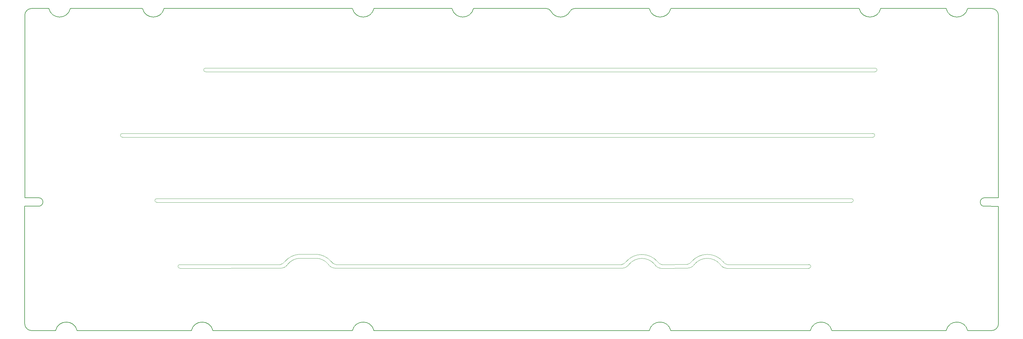
<source format=gbr>
%TF.GenerationSoftware,KiCad,Pcbnew,(6.0.6)*%
%TF.CreationDate,2023-05-08T18:28:51+05:30*%
%TF.ProjectId,new_stuff,6e65775f-7374-4756-9666-2e6b69636164,rev?*%
%TF.SameCoordinates,Original*%
%TF.FileFunction,Profile,NP*%
%FSLAX46Y46*%
G04 Gerber Fmt 4.6, Leading zero omitted, Abs format (unit mm)*
G04 Created by KiCad (PCBNEW (6.0.6)) date 2023-05-08 18:28:51*
%MOMM*%
%LPD*%
G01*
G04 APERTURE LIST*
%TA.AperFunction,Profile*%
%ADD10C,0.200000*%
%TD*%
%TA.AperFunction,Profile*%
%ADD11C,0.100000*%
%TD*%
G04 APERTURE END LIST*
D10*
X34451991Y1D02*
G75*
G03*
X40751988Y-2I3149999J735899D01*
G01*
X4489Y-57838992D02*
X4489Y-92176994D01*
D11*
X38605511Y-55586298D02*
X241754711Y-55586299D01*
D10*
X55038987Y-94200000D02*
X95827495Y-94200000D01*
D11*
X248018349Y-37638657D02*
X28542029Y-37638657D01*
X204199099Y-74033296D02*
G75*
G03*
X205516065Y-74913343I1709901J1133396D01*
G01*
D10*
X160792594Y6D02*
G75*
G03*
X159462559Y-806451I6J-1500006D01*
G01*
D11*
X52869999Y-17409948D02*
G75*
G03*
X52860000Y-18512358I11201J-551352D01*
G01*
D10*
X284727501Y-1999999D02*
G75*
G03*
X282727497Y1I-2000001J-1D01*
G01*
X55039011Y-94199995D02*
G75*
G03*
X48738988Y-94199998I-3150011J-735905D01*
G01*
X244002010Y5D02*
G75*
G03*
X250301988Y-2I3149990J735895D01*
G01*
X284727497Y-1999999D02*
X284727496Y-55349992D01*
X13354495Y0D02*
X34451989Y-3D01*
X15327498Y-94199999D02*
X48738989Y-94199997D01*
D11*
X80196208Y-71893570D02*
G75*
G03*
X76091655Y-73992659I500292J-6040830D01*
G01*
D10*
X102127499Y-94199999D02*
G75*
G03*
X95827495Y-94199999I-3150002J-735927D01*
G01*
D11*
X88712879Y-74711499D02*
G75*
G03*
X90597521Y-75928964I2099121J1181999D01*
G01*
D10*
X4489Y-92176994D02*
G75*
G03*
X2027495Y-94200001I2023001J-6D01*
G01*
D11*
X80181126Y-73048447D02*
G75*
G03*
X76988275Y-74711479I515374J-4885953D01*
G01*
X184163548Y-74774994D02*
G75*
G03*
X186068573Y-75994199I2099252J1182194D01*
G01*
X45357656Y-74863963D02*
G75*
G03*
X45362734Y-75966237I2544J-551137D01*
G01*
X28536951Y-36536299D02*
X248013271Y-36536299D01*
D10*
X5338510Y-56568992D02*
G75*
G03*
X4119487Y-55349990I-1219010J-8D01*
G01*
D11*
X185060224Y-74056135D02*
G75*
G03*
X175837984Y-74070422I-4605024J-3941965D01*
G01*
X80196208Y-71893569D02*
X85504982Y-71893569D01*
D10*
X4489Y-57838992D02*
X4068489Y-57838992D01*
D11*
X184163604Y-74774954D02*
G75*
G03*
X176747102Y-74774602I-3708404J-3223346D01*
G01*
X75083275Y-75930679D02*
G75*
G03*
X76988275Y-74711479I-194175J2401279D01*
G01*
D10*
X95827497Y-1D02*
G75*
G03*
X102127497Y-1I3150000J735926D01*
G01*
X275727720Y0D02*
X282727497Y0D01*
X40751987Y0D02*
X95827495Y0D01*
D11*
X204199124Y-74033275D02*
G75*
G03*
X194976884Y-74047562I-4605024J-3941925D01*
G01*
X205207473Y-75971339D02*
X229317154Y-75966238D01*
D10*
X236015010Y-94199995D02*
G75*
G03*
X229714989Y-94199998I-3150010J-735905D01*
G01*
X279404476Y-56619991D02*
G75*
G03*
X280547489Y-57838992I1143024J-73609D01*
G01*
D11*
X241759789Y-56688657D02*
X38610589Y-56688656D01*
D10*
X182627496Y0D02*
X160781988Y0D01*
D11*
X80181126Y-73048448D02*
X85532889Y-73049818D01*
D10*
X280674489Y-55349989D02*
G75*
G03*
X279404489Y-56619992I11J-1270011D01*
G01*
D11*
X193755996Y-74844928D02*
G75*
G03*
X194976884Y-74047562I-451596J2024828D01*
G01*
X45362734Y-75966237D02*
X75083277Y-75930699D01*
D10*
X124939010Y5D02*
G75*
G03*
X131238988Y-2I3149990J735895D01*
G01*
X7054497Y-1D02*
G75*
G03*
X13354497Y-1I3150000J735926D01*
G01*
D11*
X193840973Y-75928938D02*
X186068573Y-75994199D01*
D10*
X280674489Y-55349992D02*
X284727496Y-55349992D01*
X27496Y-55349992D02*
X4119487Y-55349992D01*
X250301987Y-54D02*
X269427285Y-53D01*
D11*
X90597521Y-75928964D02*
X174685840Y-75951955D01*
D10*
X236014987Y-94199997D02*
X269427496Y-94199997D01*
X131238987Y-3D02*
X152546382Y0D01*
X27496Y-2000002D02*
X27496Y-55349992D01*
D11*
X229317154Y-75966320D02*
G75*
G03*
X229312076Y-74863880I-2554J551220D01*
G01*
X248018349Y-37638701D02*
G75*
G03*
X248013271Y-36536299I-2549J551201D01*
G01*
D10*
X102127495Y0D02*
X124938989Y2D01*
X102127495Y-94200000D02*
X182627497Y-94199997D01*
D11*
X203302494Y-74752109D02*
G75*
G03*
X205207473Y-75971339I2099106J1181909D01*
G01*
X185060230Y-74056136D02*
G75*
G03*
X186377165Y-74936203I1709970J1133436D01*
G01*
X186377165Y-74936203D02*
X193756000Y-74844946D01*
X45357656Y-74863879D02*
X74770994Y-74873420D01*
X88712921Y-74711474D02*
G75*
G03*
X85532889Y-73049818I-3708321J-3223126D01*
G01*
X241759789Y-56688701D02*
G75*
G03*
X241754711Y-55586299I-2489J551201D01*
G01*
D10*
X188927497Y-3D02*
X244001989Y-39D01*
D11*
X174685840Y-75951950D02*
G75*
G03*
X176747102Y-74774602I-15240J2419750D01*
G01*
D10*
X182627503Y2D02*
G75*
G03*
X188927496Y-2I3149997J735898D01*
G01*
D11*
X28536951Y-36536343D02*
G75*
G03*
X28542029Y-37638657I2549J-551157D01*
G01*
X89609509Y-73992676D02*
G75*
G03*
X91024305Y-74889345I1709791J1133276D01*
G01*
D10*
X2027495Y-94200000D02*
X9027496Y-94200000D01*
X280547489Y-57838992D02*
X284727499Y-57849984D01*
D11*
X248673669Y-18514961D02*
G75*
G03*
X248668591Y-17412639I-2569J551161D01*
G01*
D10*
X188927504Y-94199998D02*
G75*
G03*
X182627496Y-94199998I-3150004J-735902D01*
G01*
D11*
X203302504Y-74752094D02*
G75*
G03*
X195886002Y-74751742I-3708404J-3223306D01*
G01*
D10*
X275727496Y-94200000D02*
X282727497Y-94200000D01*
D11*
X229312076Y-74863880D02*
X205516065Y-74913343D01*
X38605511Y-55586344D02*
G75*
G03*
X38610589Y-56688656I2589J-551156D01*
G01*
D10*
X2027498Y-2D02*
X7054497Y-1D01*
D11*
X91024305Y-74889345D02*
X174617100Y-74867806D01*
D10*
X4068489Y-57838989D02*
G75*
G03*
X5338489Y-56568992I11J1269989D01*
G01*
X269427291Y-52D02*
G75*
G03*
X275727721Y-2I3150209J733152D01*
G01*
X15327498Y-94199999D02*
G75*
G03*
X9027498Y-94199999I-3150000J-735926D01*
G01*
X2027498Y-2D02*
G75*
G03*
X27498Y-2000002I2J-2000002D01*
G01*
D11*
X52870000Y-17410000D02*
X248668591Y-17412639D01*
D10*
X153876436Y-806442D02*
G75*
G03*
X159462559Y-806451I2793064J1456442D01*
G01*
D11*
X74770992Y-74873409D02*
G75*
G03*
X76091655Y-73992659I-389192J2014109D01*
G01*
D10*
X282727497Y-94199997D02*
G75*
G03*
X284727497Y-92200001I3J1999997D01*
G01*
X275727504Y-94199998D02*
G75*
G03*
X269427497Y-94199998I-3150004J-735902D01*
G01*
X153876430Y-806445D02*
G75*
G03*
X152546382Y0I-1330030J-693555D01*
G01*
D11*
X193840973Y-75928914D02*
G75*
G03*
X195886002Y-74751742I-31473J2419614D01*
G01*
D10*
X188927495Y-94199997D02*
X229714990Y-94199997D01*
X284727499Y-57849984D02*
X284727499Y-92200001D01*
D11*
X174617099Y-74867802D02*
G75*
G03*
X175837984Y-74070422I-451599J2024802D01*
G01*
X248673669Y-18514997D02*
X52860000Y-18512358D01*
X89609517Y-73992674D02*
G75*
G03*
X85504982Y-71893569I-4605017J-3942026D01*
G01*
M02*

</source>
